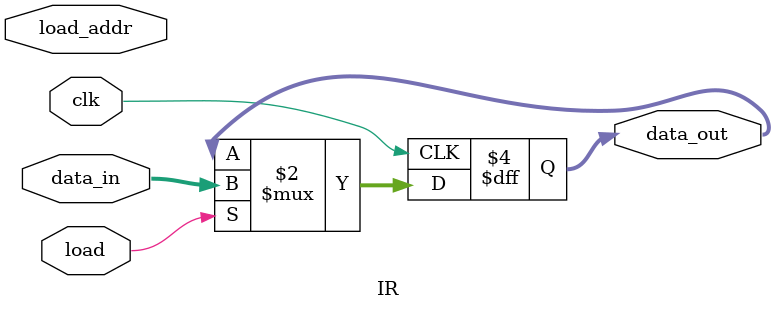
<source format=sv>
module IR ( input [7:0] data_in, input logic [3:0] load_addr, input load, clk,
output reg [7:0] data_out );
// Register array loaded on posedge clk when load is high
always @( posedge clk )
if ( load ) data_out <= data_in;
endmodule
</source>
